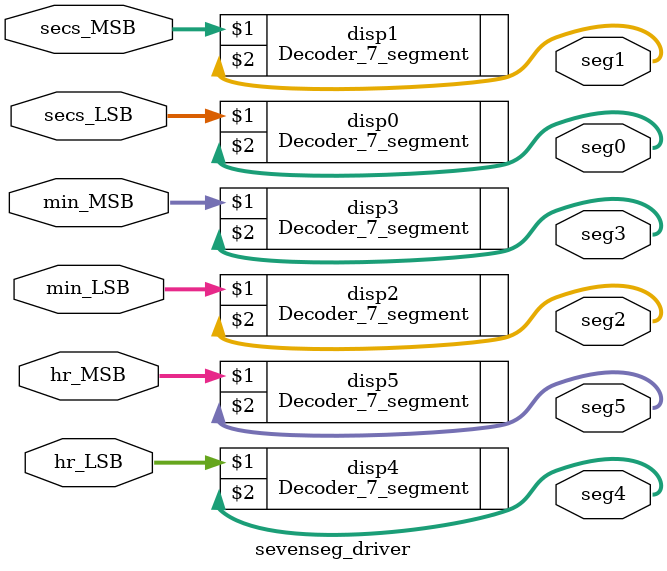
<source format=v>



module sevenseg_driver(      
    input [3:0] hr_MSB,		
    input [3:0] hr_LSB,	
		
    input [3:0] secs_MSB,		
    input [3:0] secs_LSB,	 
    input [3:0] min_MSB,		
    input [3:0] min_LSB,		
    output [6:0] seg0,
    output [6:0] seg1,
    output [6:0] seg2,
    output [6:0] seg3,
    output [6:0] seg4,
    output [6:0] seg5

    );
    
	 
    //instantiating the seven segment decoder four times
	 
     Decoder_7_segment disp0(secs_LSB,seg0);
     Decoder_7_segment disp1(secs_MSB,seg1);
     Decoder_7_segment disp2(min_LSB,seg2);
     Decoder_7_segment disp3(min_MSB,seg3);
     Decoder_7_segment disp4(hr_LSB,seg4);
     Decoder_7_segment disp5(hr_MSB,seg5);
 
endmodule

</source>
